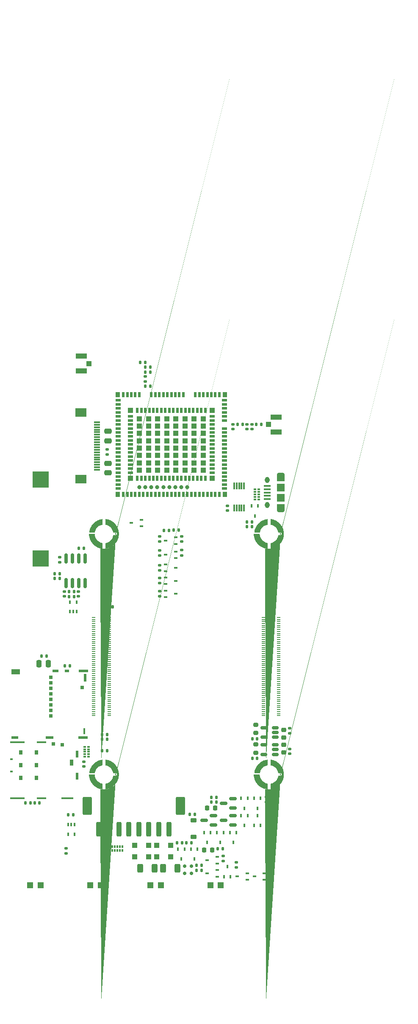
<source format=gtp>
%TF.GenerationSoftware,KiCad,Pcbnew,7.99.0-1.20230926git54171ec.fc37*%
%TF.CreationDate,2023-10-03T22:10:03+01:00*%
%TF.ProjectId,bugg-main-r5,62756767-2d6d-4616-996e-2d72352e6b69,rev?*%
%TF.SameCoordinates,Original*%
%TF.FileFunction,Paste,Top*%
%TF.FilePolarity,Positive*%
%FSLAX46Y46*%
G04 Gerber Fmt 4.6, Leading zero omitted, Abs format (unit mm)*
G04 Created by KiCad (PCBNEW 7.99.0-1.20230926git54171ec.fc37) date 2023-10-03 22:10:03*
%MOMM*%
%LPD*%
G01*
G04 APERTURE LIST*
G04 Aperture macros list*
%AMRoundRect*
0 Rectangle with rounded corners*
0 $1 Rounding radius*
0 $2 $3 $4 $5 $6 $7 $8 $9 X,Y pos of 4 corners*
0 Add a 4 corners polygon primitive as box body*
4,1,4,$2,$3,$4,$5,$6,$7,$8,$9,$2,$3,0*
0 Add four circle primitives for the rounded corners*
1,1,$1+$1,$2,$3*
1,1,$1+$1,$4,$5*
1,1,$1+$1,$6,$7*
1,1,$1+$1,$8,$9*
0 Add four rect primitives between the rounded corners*
20,1,$1+$1,$2,$3,$4,$5,0*
20,1,$1+$1,$4,$5,$6,$7,0*
20,1,$1+$1,$6,$7,$8,$9,0*
20,1,$1+$1,$8,$9,$2,$3,0*%
%AMFreePoly0*
4,1,101,-1.895792,2.944575,-1.557458,2.864389,-1.230721,2.745466,-0.920000,2.589416,-0.629496,2.398348,-0.363138,2.174847,-0.124527,1.921935,0.083109,1.643032,0.256962,1.341910,0.394681,1.022640,0.494404,0.689541,0.554783,0.347118,0.575000,0.000000,0.554783,-0.347118,0.494404,-0.689541,0.394681,-1.022640,0.256962,-1.341910,0.083109,-1.643032,-0.124527,-1.921935,-0.363138,-2.174847,
-0.629496,-2.398348,-0.920000,-2.589416,-1.230721,-2.745466,-1.557458,-2.864389,-1.895792,-2.944575,-2.241147,-2.984941,-2.588853,-2.984941,-2.934208,-2.944575,-3.272542,-2.864389,-3.599279,-2.745466,-3.910000,-2.589416,-4.200504,-2.398348,-4.466862,-2.174847,-4.705473,-1.921935,-4.913109,-1.643032,-5.086962,-1.341910,-5.224681,-1.022640,-5.324404,-0.689541,-5.384783,-0.347118,-5.405000,0.000000,
-4.259700,0.000000,-4.240924,-0.262528,-4.184977,-0.519712,-4.092998,-0.766316,-3.966860,-0.997320,-3.809131,-1.208022,-3.623022,-1.394131,-3.412320,-1.551860,-3.181316,-1.677998,-2.934712,-1.769977,-2.677528,-1.825924,-2.415000,-1.844700,-2.152472,-1.825924,-1.895288,-1.769977,-1.648684,-1.677998,-1.417680,-1.551860,-1.206978,-1.394131,-1.020869,-1.208022,-0.863140,-0.997320,-0.737002,-0.766316,
-0.645023,-0.519712,-0.589076,-0.262528,-0.570300,0.000000,-0.589076,0.262528,-0.645023,0.519712,-0.737002,0.766316,-0.863140,0.997320,-1.020869,1.208022,-1.206978,1.394131,-1.417680,1.551860,-1.648684,1.677998,-1.895288,1.769977,-2.152472,1.825924,-2.415000,1.844700,-2.677528,1.825924,-2.934712,1.769977,-3.181316,1.677998,-3.412320,1.551860,-3.623022,1.394131,-3.809131,1.208022,
-3.966860,0.997320,-4.092998,0.766316,-4.184977,0.519712,-4.240924,0.262528,-4.259700,0.000000,-5.405000,0.000000,-5.384783,0.347118,-5.324404,0.689541,-5.224681,1.022640,-5.086962,1.341910,-4.913109,1.643032,-4.705473,1.921935,-4.466862,2.174847,-4.200504,2.398348,-3.910000,2.589416,-3.599279,2.745466,-3.272542,2.864389,-2.934208,2.944575,-2.588853,2.984941,-2.241147,2.984941,
-1.895792,2.944575,-1.895792,2.944575,$1*%
G04 Aperture macros list end*
%ADD10C,0.010000*%
%ADD11RoundRect,0.150000X0.512500X0.150000X-0.512500X0.150000X-0.512500X-0.150000X0.512500X-0.150000X0*%
%ADD12O,1.550000X0.890000*%
%ADD13O,0.950000X1.250000*%
%ADD14R,1.350000X0.400000*%
%ADD15R,1.550000X1.200000*%
%ADD16R,1.550000X1.500000*%
%ADD17RoundRect,0.150000X0.150000X0.200000X-0.150000X0.200000X-0.150000X-0.200000X0.150000X-0.200000X0*%
%ADD18R,1.200000X1.200000*%
%ADD19R,0.700000X0.450000*%
%ADD20RoundRect,0.135000X0.185000X-0.135000X0.185000X0.135000X-0.185000X0.135000X-0.185000X-0.135000X0*%
%ADD21RoundRect,0.250000X-0.250000X-1.200000X0.250000X-1.200000X0.250000X1.200000X-0.250000X1.200000X0*%
%ADD22RoundRect,0.250000X-0.650000X-1.550000X0.650000X-1.550000X0.650000X1.550000X-0.650000X1.550000X0*%
%ADD23RoundRect,0.140000X0.170000X-0.140000X0.170000X0.140000X-0.170000X0.140000X-0.170000X-0.140000X0*%
%ADD24RoundRect,0.250000X-0.475000X0.250000X-0.475000X-0.250000X0.475000X-0.250000X0.475000X0.250000X0*%
%ADD25RoundRect,0.150000X0.587500X0.150000X-0.587500X0.150000X-0.587500X-0.150000X0.587500X-0.150000X0*%
%ADD26RoundRect,0.150000X0.150000X-0.825000X0.150000X0.825000X-0.150000X0.825000X-0.150000X-0.825000X0*%
%ADD27RoundRect,0.218750X-0.256250X0.218750X-0.256250X-0.218750X0.256250X-0.218750X0.256250X0.218750X0*%
%ADD28RoundRect,0.135000X0.135000X0.185000X-0.135000X0.185000X-0.135000X-0.185000X0.135000X-0.185000X0*%
%ADD29R,0.450000X0.700000*%
%ADD30R,0.550000X0.300000*%
%ADD31R,0.550000X0.400000*%
%ADD32RoundRect,0.135000X-0.185000X0.135000X-0.185000X-0.135000X0.185000X-0.135000X0.185000X0.135000X0*%
%ADD33RoundRect,0.200000X-0.275000X0.200000X-0.275000X-0.200000X0.275000X-0.200000X0.275000X0.200000X0*%
%ADD34RoundRect,0.225000X-0.225000X-0.250000X0.225000X-0.250000X0.225000X0.250000X-0.225000X0.250000X0*%
%ADD35R,1.050000X1.000000*%
%ADD36R,2.200000X1.050000*%
%ADD37RoundRect,0.140000X-0.170000X0.140000X-0.170000X-0.140000X0.170000X-0.140000X0.170000X0.140000X0*%
%ADD38RoundRect,0.135000X-0.135000X-0.185000X0.135000X-0.185000X0.135000X0.185000X-0.135000X0.185000X0*%
%ADD39RoundRect,0.140000X0.140000X0.170000X-0.140000X0.170000X-0.140000X-0.170000X0.140000X-0.170000X0*%
%ADD40R,0.500000X1.000000*%
%ADD41R,1.000000X0.500000*%
%ADD42R,1.000000X1.000000*%
%ADD43R,0.900000X1.000000*%
%ADD44C,0.800000*%
%ADD45R,0.300000X1.400000*%
%ADD46RoundRect,0.250000X0.300000X0.300000X-0.300000X0.300000X-0.300000X-0.300000X0.300000X-0.300000X0*%
%ADD47RoundRect,0.250000X-0.300000X-0.300000X0.300000X-0.300000X0.300000X0.300000X-0.300000X0.300000X0*%
%ADD48FreePoly0,0.000000*%
%ADD49RoundRect,0.140000X-0.140000X-0.170000X0.140000X-0.170000X0.140000X0.170000X-0.140000X0.170000X0*%
%ADD50R,0.700000X0.200000*%
%ADD51R,0.700000X0.900000*%
%ADD52R,0.700000X0.700000*%
%ADD53R,0.650000X1.200000*%
%ADD54R,2.900000X0.450000*%
%ADD55R,1.900000X0.450000*%
%ADD56R,2.400000X0.450000*%
%ADD57R,0.500000X1.400000*%
%ADD58R,0.600000X0.300000*%
%ADD59R,0.700000X0.750000*%
%ADD60R,0.400000X0.650000*%
%ADD61RoundRect,0.147500X0.172500X-0.147500X0.172500X0.147500X-0.172500X0.147500X-0.172500X-0.147500X0*%
%ADD62RoundRect,0.147500X0.147500X0.172500X-0.147500X0.172500X-0.147500X-0.172500X0.147500X-0.172500X0*%
%ADD63RoundRect,0.250000X0.475000X-0.250000X0.475000X0.250000X-0.475000X0.250000X-0.475000X-0.250000X0*%
%ADD64RoundRect,0.225000X0.375000X-0.225000X0.375000X0.225000X-0.375000X0.225000X-0.375000X-0.225000X0*%
%ADD65R,1.300000X0.300000*%
%ADD66R,2.200000X1.800000*%
%ADD67RoundRect,0.250000X-0.312500X-0.625000X0.312500X-0.625000X0.312500X0.625000X-0.312500X0.625000X0*%
%ADD68RoundRect,0.250000X-0.250000X-0.475000X0.250000X-0.475000X0.250000X0.475000X-0.250000X0.475000X0*%
%ADD69R,0.300000X0.550000*%
%ADD70R,0.400000X0.550000*%
%ADD71RoundRect,0.218750X0.256250X-0.218750X0.256250X0.218750X-0.256250X0.218750X-0.256250X-0.218750X0*%
%ADD72R,3.200000X3.200000*%
%ADD73R,0.700000X0.640000*%
%ADD74R,0.550000X1.550000*%
%ADD75R,1.850000X0.570000*%
%ADD76R,0.820000X0.520000*%
%ADD77R,1.150000X0.520000*%
%ADD78R,1.700000X1.010000*%
%ADD79R,0.450000X1.300000*%
%ADD80R,1.960000X0.570000*%
%ADD81R,1.650000X0.520000*%
%ADD82R,1.450000X0.570000*%
G04 APERTURE END LIST*
D10*
%TO.C,SP3*%
X21643000Y-24415000D02*
X21668000Y-24510000D01*
X21723000Y-24680000D01*
X21873000Y-24985000D01*
X21998000Y-25165000D01*
X22103000Y-25290000D01*
X22208000Y-25395000D01*
X22338000Y-25505000D01*
X22458000Y-25590000D01*
X22573000Y-25660000D01*
X22713000Y-25730000D01*
X22818000Y-25775000D01*
X22903000Y-25805000D01*
X23018000Y-25840000D01*
X23133000Y-25865000D01*
X23178000Y-25875000D01*
X23178000Y-26905000D01*
X23113000Y-26895000D01*
X22958000Y-26870000D01*
X22798000Y-26835000D01*
X22618000Y-26785000D01*
X22408000Y-26710000D01*
X22263000Y-26645000D01*
X22083000Y-26555000D01*
X21973000Y-26490000D01*
X21888000Y-26435000D01*
X21793000Y-26370000D01*
X21718000Y-26315000D01*
X21613000Y-26230000D01*
X21538000Y-26165000D01*
X21468000Y-26100000D01*
X21388000Y-26020000D01*
X21268000Y-25885000D01*
X21178000Y-25775000D01*
X21103000Y-25670000D01*
X20983000Y-25485000D01*
X20923000Y-25375000D01*
X20843000Y-25215000D01*
X20783000Y-25075000D01*
X20728000Y-24925000D01*
X20688000Y-24790000D01*
X20653000Y-24655000D01*
X20638000Y-24585000D01*
X20623000Y-24500000D01*
X20608000Y-24405000D01*
X20598000Y-24320000D01*
X21628000Y-24320000D01*
X21643000Y-24415000D01*
G36*
X21643000Y-24415000D02*
G01*
X21668000Y-24510000D01*
X21723000Y-24680000D01*
X21873000Y-24985000D01*
X21998000Y-25165000D01*
X22103000Y-25290000D01*
X22208000Y-25395000D01*
X22338000Y-25505000D01*
X22458000Y-25590000D01*
X22573000Y-25660000D01*
X22713000Y-25730000D01*
X22818000Y-25775000D01*
X22903000Y-25805000D01*
X23018000Y-25840000D01*
X23133000Y-25865000D01*
X23178000Y-25875000D01*
X23178000Y-26905000D01*
X23113000Y-26895000D01*
X22958000Y-26870000D01*
X22798000Y-26835000D01*
X22618000Y-26785000D01*
X22408000Y-26710000D01*
X22263000Y-26645000D01*
X22083000Y-26555000D01*
X21973000Y-26490000D01*
X21888000Y-26435000D01*
X21793000Y-26370000D01*
X21718000Y-26315000D01*
X21613000Y-26230000D01*
X21538000Y-26165000D01*
X21468000Y-26100000D01*
X21388000Y-26020000D01*
X21268000Y-25885000D01*
X21178000Y-25775000D01*
X21103000Y-25670000D01*
X20983000Y-25485000D01*
X20923000Y-25375000D01*
X20843000Y-25215000D01*
X20783000Y-25075000D01*
X20728000Y-24925000D01*
X20688000Y-24790000D01*
X20653000Y-24655000D01*
X20638000Y-24585000D01*
X20623000Y-24500000D01*
X20608000Y-24405000D01*
X20598000Y-24320000D01*
X21628000Y-24320000D01*
X21643000Y-24415000D01*
G37*
X23180000Y-22130000D02*
X23085000Y-22145000D01*
X22990000Y-22170000D01*
X22820000Y-22225000D01*
X22515000Y-22375000D01*
X22335000Y-22500000D01*
X22210000Y-22605000D01*
X22105000Y-22710000D01*
X21995000Y-22840000D01*
X21910000Y-22960000D01*
X21840000Y-23075000D01*
X21770000Y-23215000D01*
X21725000Y-23320000D01*
X21695000Y-23405000D01*
X21660000Y-23520000D01*
X21635000Y-23635000D01*
X21625000Y-23680000D01*
X20595000Y-23680000D01*
X20605000Y-23615000D01*
X20630000Y-23460000D01*
X20665000Y-23300000D01*
X20715000Y-23120000D01*
X20790000Y-22910000D01*
X20855000Y-22765000D01*
X20945000Y-22585000D01*
X21010000Y-22475000D01*
X21065000Y-22390000D01*
X21130000Y-22295000D01*
X21185000Y-22220000D01*
X21270000Y-22115000D01*
X21335000Y-22040000D01*
X21400000Y-21970000D01*
X21480000Y-21890000D01*
X21615000Y-21770000D01*
X21725000Y-21680000D01*
X21830000Y-21605000D01*
X22015000Y-21485000D01*
X22125000Y-21425000D01*
X22285000Y-21345000D01*
X22425000Y-21285000D01*
X22575000Y-21230000D01*
X22710000Y-21190000D01*
X22845000Y-21155000D01*
X22915000Y-21140000D01*
X23000000Y-21125000D01*
X23095000Y-21110000D01*
X23180000Y-21100000D01*
X23180000Y-22130000D01*
G36*
X23180000Y-22130000D02*
G01*
X23085000Y-22145000D01*
X22990000Y-22170000D01*
X22820000Y-22225000D01*
X22515000Y-22375000D01*
X22335000Y-22500000D01*
X22210000Y-22605000D01*
X22105000Y-22710000D01*
X21995000Y-22840000D01*
X21910000Y-22960000D01*
X21840000Y-23075000D01*
X21770000Y-23215000D01*
X21725000Y-23320000D01*
X21695000Y-23405000D01*
X21660000Y-23520000D01*
X21635000Y-23635000D01*
X21625000Y-23680000D01*
X20595000Y-23680000D01*
X20605000Y-23615000D01*
X20630000Y-23460000D01*
X20665000Y-23300000D01*
X20715000Y-23120000D01*
X20790000Y-22910000D01*
X20855000Y-22765000D01*
X20945000Y-22585000D01*
X21010000Y-22475000D01*
X21065000Y-22390000D01*
X21130000Y-22295000D01*
X21185000Y-22220000D01*
X21270000Y-22115000D01*
X21335000Y-22040000D01*
X21400000Y-21970000D01*
X21480000Y-21890000D01*
X21615000Y-21770000D01*
X21725000Y-21680000D01*
X21830000Y-21605000D01*
X22015000Y-21485000D01*
X22125000Y-21425000D01*
X22285000Y-21345000D01*
X22425000Y-21285000D01*
X22575000Y-21230000D01*
X22710000Y-21190000D01*
X22845000Y-21155000D01*
X22915000Y-21140000D01*
X23000000Y-21125000D01*
X23095000Y-21110000D01*
X23180000Y-21100000D01*
X23180000Y-22130000D01*
G37*
X26395000Y-24386000D02*
X26370000Y-24541000D01*
X26335000Y-24701000D01*
X26285000Y-24881000D01*
X26210000Y-25091000D01*
X26145000Y-25236000D01*
X26055000Y-25416000D01*
X25990000Y-25526000D01*
X25935000Y-25611000D01*
X25870000Y-25706000D01*
X25815000Y-25781000D01*
X25730000Y-25886000D01*
X25665000Y-25961000D01*
X25600000Y-26031000D01*
X25520000Y-26111000D01*
X25385000Y-26231000D01*
X25275000Y-26321000D01*
X25170000Y-26396000D01*
X24985000Y-26516000D01*
X24875000Y-26576000D01*
X24715000Y-26656000D01*
X24575000Y-26716000D01*
X24425000Y-26771000D01*
X24290000Y-26811000D01*
X24155000Y-26846000D01*
X24085000Y-26861000D01*
X24000000Y-26876000D01*
X23905000Y-26891000D01*
X23820000Y-26901000D01*
X23820000Y-25871000D01*
X23915000Y-25856000D01*
X24010000Y-25831000D01*
X24180000Y-25776000D01*
X24485000Y-25626000D01*
X24665000Y-25501000D01*
X24790000Y-25396000D01*
X24895000Y-25291000D01*
X25005000Y-25161000D01*
X25090000Y-25041000D01*
X25160000Y-24926000D01*
X25230000Y-24786000D01*
X25275000Y-24681000D01*
X25305000Y-24596000D01*
X25340000Y-24481000D01*
X25365000Y-24366000D01*
X25375000Y-24321000D01*
X26405000Y-24321000D01*
X26395000Y-24386000D01*
G36*
X26395000Y-24386000D02*
G01*
X26370000Y-24541000D01*
X26335000Y-24701000D01*
X26285000Y-24881000D01*
X26210000Y-25091000D01*
X26145000Y-25236000D01*
X26055000Y-25416000D01*
X25990000Y-25526000D01*
X25935000Y-25611000D01*
X25870000Y-25706000D01*
X25815000Y-25781000D01*
X25730000Y-25886000D01*
X25665000Y-25961000D01*
X25600000Y-26031000D01*
X25520000Y-26111000D01*
X25385000Y-26231000D01*
X25275000Y-26321000D01*
X25170000Y-26396000D01*
X24985000Y-26516000D01*
X24875000Y-26576000D01*
X24715000Y-26656000D01*
X24575000Y-26716000D01*
X24425000Y-26771000D01*
X24290000Y-26811000D01*
X24155000Y-26846000D01*
X24085000Y-26861000D01*
X24000000Y-26876000D01*
X23905000Y-26891000D01*
X23820000Y-26901000D01*
X23820000Y-25871000D01*
X23915000Y-25856000D01*
X24010000Y-25831000D01*
X24180000Y-25776000D01*
X24485000Y-25626000D01*
X24665000Y-25501000D01*
X24790000Y-25396000D01*
X24895000Y-25291000D01*
X25005000Y-25161000D01*
X25090000Y-25041000D01*
X25160000Y-24926000D01*
X25230000Y-24786000D01*
X25275000Y-24681000D01*
X25305000Y-24596000D01*
X25340000Y-24481000D01*
X25365000Y-24366000D01*
X25375000Y-24321000D01*
X26405000Y-24321000D01*
X26395000Y-24386000D01*
G37*
X23885401Y-21107903D02*
X24040401Y-21132903D01*
X24200401Y-21167903D01*
X24380401Y-21217903D01*
X24590401Y-21292903D01*
X24735401Y-21357903D01*
X24915401Y-21447903D01*
X25025401Y-21512903D01*
X25110401Y-21567903D01*
X25205401Y-21632903D01*
X25280401Y-21687903D01*
X25385401Y-21772903D01*
X25460401Y-21837903D01*
X25530401Y-21902903D01*
X25610401Y-21982903D01*
X25730401Y-22117903D01*
X25820401Y-22227903D01*
X25895401Y-22332903D01*
X26015401Y-22517903D01*
X26075401Y-22627903D01*
X26155401Y-22787903D01*
X26215401Y-22927903D01*
X26270401Y-23077903D01*
X26310401Y-23212903D01*
X26345401Y-23347903D01*
X26360401Y-23417903D01*
X26375401Y-23502903D01*
X26390401Y-23597903D01*
X26400401Y-23682903D01*
X25370401Y-23682903D01*
X25355401Y-23587903D01*
X25330401Y-23492903D01*
X25275401Y-23322903D01*
X25125401Y-23017903D01*
X25000401Y-22837903D01*
X24895401Y-22712903D01*
X24790401Y-22607903D01*
X24660401Y-22497903D01*
X24540401Y-22412903D01*
X24425401Y-22342903D01*
X24285401Y-22272903D01*
X24180401Y-22227903D01*
X24095401Y-22197903D01*
X23980401Y-22162903D01*
X23865401Y-22137903D01*
X23820401Y-22127903D01*
X23820401Y-21097903D01*
X23885401Y-21107903D01*
G36*
X23885401Y-21107903D02*
G01*
X24040401Y-21132903D01*
X24200401Y-21167903D01*
X24380401Y-21217903D01*
X24590401Y-21292903D01*
X24735401Y-21357903D01*
X24915401Y-21447903D01*
X25025401Y-21512903D01*
X25110401Y-21567903D01*
X25205401Y-21632903D01*
X25280401Y-21687903D01*
X25385401Y-21772903D01*
X25460401Y-21837903D01*
X25530401Y-21902903D01*
X25610401Y-21982903D01*
X25730401Y-22117903D01*
X25820401Y-22227903D01*
X25895401Y-22332903D01*
X26015401Y-22517903D01*
X26075401Y-22627903D01*
X26155401Y-22787903D01*
X26215401Y-22927903D01*
X26270401Y-23077903D01*
X26310401Y-23212903D01*
X26345401Y-23347903D01*
X26360401Y-23417903D01*
X26375401Y-23502903D01*
X26390401Y-23597903D01*
X26400401Y-23682903D01*
X25370401Y-23682903D01*
X25355401Y-23587903D01*
X25330401Y-23492903D01*
X25275401Y-23322903D01*
X25125401Y-23017903D01*
X25000401Y-22837903D01*
X24895401Y-22712903D01*
X24790401Y-22607903D01*
X24660401Y-22497903D01*
X24540401Y-22412903D01*
X24425401Y-22342903D01*
X24285401Y-22272903D01*
X24180401Y-22227903D01*
X24095401Y-22197903D01*
X23980401Y-22162903D01*
X23865401Y-22137903D01*
X23820401Y-22127903D01*
X23820401Y-21097903D01*
X23885401Y-21107903D01*
G37*
%TO.C,SP1*%
X-11357000Y23585000D02*
X-11332000Y23490000D01*
X-11277000Y23320000D01*
X-11127000Y23015000D01*
X-11002000Y22835000D01*
X-10897000Y22710000D01*
X-10792000Y22605000D01*
X-10662000Y22495000D01*
X-10542000Y22410000D01*
X-10427000Y22340000D01*
X-10287000Y22270000D01*
X-10182000Y22225000D01*
X-10097000Y22195000D01*
X-9982000Y22160000D01*
X-9867000Y22135000D01*
X-9822000Y22125000D01*
X-9822000Y21095000D01*
X-9887000Y21105000D01*
X-10042000Y21130000D01*
X-10202000Y21165000D01*
X-10382000Y21215000D01*
X-10592000Y21290000D01*
X-10737000Y21355000D01*
X-10917000Y21445000D01*
X-11027000Y21510000D01*
X-11112000Y21565000D01*
X-11207000Y21630000D01*
X-11282000Y21685000D01*
X-11387000Y21770000D01*
X-11462000Y21835000D01*
X-11532000Y21900000D01*
X-11612000Y21980000D01*
X-11732000Y22115000D01*
X-11822000Y22225000D01*
X-11897000Y22330000D01*
X-12017000Y22515000D01*
X-12077000Y22625000D01*
X-12157000Y22785000D01*
X-12217000Y22925000D01*
X-12272000Y23075000D01*
X-12312000Y23210000D01*
X-12347000Y23345000D01*
X-12362000Y23415000D01*
X-12377000Y23500000D01*
X-12392000Y23595000D01*
X-12402000Y23680000D01*
X-11372000Y23680000D01*
X-11357000Y23585000D01*
G36*
X-11357000Y23585000D02*
G01*
X-11332000Y23490000D01*
X-11277000Y23320000D01*
X-11127000Y23015000D01*
X-11002000Y22835000D01*
X-10897000Y22710000D01*
X-10792000Y22605000D01*
X-10662000Y22495000D01*
X-10542000Y22410000D01*
X-10427000Y22340000D01*
X-10287000Y22270000D01*
X-10182000Y22225000D01*
X-10097000Y22195000D01*
X-9982000Y22160000D01*
X-9867000Y22135000D01*
X-9822000Y22125000D01*
X-9822000Y21095000D01*
X-9887000Y21105000D01*
X-10042000Y21130000D01*
X-10202000Y21165000D01*
X-10382000Y21215000D01*
X-10592000Y21290000D01*
X-10737000Y21355000D01*
X-10917000Y21445000D01*
X-11027000Y21510000D01*
X-11112000Y21565000D01*
X-11207000Y21630000D01*
X-11282000Y21685000D01*
X-11387000Y21770000D01*
X-11462000Y21835000D01*
X-11532000Y21900000D01*
X-11612000Y21980000D01*
X-11732000Y22115000D01*
X-11822000Y22225000D01*
X-11897000Y22330000D01*
X-12017000Y22515000D01*
X-12077000Y22625000D01*
X-12157000Y22785000D01*
X-12217000Y22925000D01*
X-12272000Y23075000D01*
X-12312000Y23210000D01*
X-12347000Y23345000D01*
X-12362000Y23415000D01*
X-12377000Y23500000D01*
X-12392000Y23595000D01*
X-12402000Y23680000D01*
X-11372000Y23680000D01*
X-11357000Y23585000D01*
G37*
X-9820000Y25870000D02*
X-9915000Y25855000D01*
X-10010000Y25830000D01*
X-10180000Y25775000D01*
X-10485000Y25625000D01*
X-10665000Y25500000D01*
X-10790000Y25395000D01*
X-10895000Y25290000D01*
X-11005000Y25160000D01*
X-11090000Y25040000D01*
X-11160000Y24925000D01*
X-11230000Y24785000D01*
X-11275000Y24680000D01*
X-11305000Y24595000D01*
X-11340000Y24480000D01*
X-11365000Y24365000D01*
X-11375000Y24320000D01*
X-12405000Y24320000D01*
X-12395000Y24385000D01*
X-12370000Y24540000D01*
X-12335000Y24700000D01*
X-12285000Y24880000D01*
X-12210000Y25090000D01*
X-12145000Y25235000D01*
X-12055000Y25415000D01*
X-11990000Y25525000D01*
X-11935000Y25610000D01*
X-11870000Y25705000D01*
X-11815000Y25780000D01*
X-11730000Y25885000D01*
X-11665000Y25960000D01*
X-11600000Y26030000D01*
X-11520000Y26110000D01*
X-11385000Y26230000D01*
X-11275000Y26320000D01*
X-11170000Y26395000D01*
X-10985000Y26515000D01*
X-10875000Y26575000D01*
X-10715000Y26655000D01*
X-10575000Y26715000D01*
X-10425000Y26770000D01*
X-10290000Y26810000D01*
X-10155000Y26845000D01*
X-10085000Y26860000D01*
X-10000000Y26875000D01*
X-9905000Y26890000D01*
X-9820000Y26900000D01*
X-9820000Y25870000D01*
G36*
X-9820000Y25870000D02*
G01*
X-9915000Y25855000D01*
X-10010000Y25830000D01*
X-10180000Y25775000D01*
X-10485000Y25625000D01*
X-10665000Y25500000D01*
X-10790000Y25395000D01*
X-10895000Y25290000D01*
X-11005000Y25160000D01*
X-11090000Y25040000D01*
X-11160000Y24925000D01*
X-11230000Y24785000D01*
X-11275000Y24680000D01*
X-11305000Y24595000D01*
X-11340000Y24480000D01*
X-11365000Y24365000D01*
X-11375000Y24320000D01*
X-12405000Y24320000D01*
X-12395000Y24385000D01*
X-12370000Y24540000D01*
X-12335000Y24700000D01*
X-12285000Y24880000D01*
X-12210000Y25090000D01*
X-12145000Y25235000D01*
X-12055000Y25415000D01*
X-11990000Y25525000D01*
X-11935000Y25610000D01*
X-11870000Y25705000D01*
X-11815000Y25780000D01*
X-11730000Y25885000D01*
X-11665000Y25960000D01*
X-11600000Y26030000D01*
X-11520000Y26110000D01*
X-11385000Y26230000D01*
X-11275000Y26320000D01*
X-11170000Y26395000D01*
X-10985000Y26515000D01*
X-10875000Y26575000D01*
X-10715000Y26655000D01*
X-10575000Y26715000D01*
X-10425000Y26770000D01*
X-10290000Y26810000D01*
X-10155000Y26845000D01*
X-10085000Y26860000D01*
X-10000000Y26875000D01*
X-9905000Y26890000D01*
X-9820000Y26900000D01*
X-9820000Y25870000D01*
G37*
X-6605000Y23614000D02*
X-6630000Y23459000D01*
X-6665000Y23299000D01*
X-6715000Y23119000D01*
X-6790000Y22909000D01*
X-6855000Y22764000D01*
X-6945000Y22584000D01*
X-7010000Y22474000D01*
X-7065000Y22389000D01*
X-7130000Y22294000D01*
X-7185000Y22219000D01*
X-7270000Y22114000D01*
X-7335000Y22039000D01*
X-7400000Y21969000D01*
X-7480000Y21889000D01*
X-7615000Y21769000D01*
X-7725000Y21679000D01*
X-7830000Y21604000D01*
X-8015000Y21484000D01*
X-8125000Y21424000D01*
X-8285000Y21344000D01*
X-8425000Y21284000D01*
X-8575000Y21229000D01*
X-8710000Y21189000D01*
X-8845000Y21154000D01*
X-8915000Y21139000D01*
X-9000000Y21124000D01*
X-9095000Y21109000D01*
X-9180000Y21099000D01*
X-9180000Y22129000D01*
X-9085000Y22144000D01*
X-8990000Y22169000D01*
X-8820000Y22224000D01*
X-8515000Y22374000D01*
X-8335000Y22499000D01*
X-8210000Y22604000D01*
X-8105000Y22709000D01*
X-7995000Y22839000D01*
X-7910000Y22959000D01*
X-7840000Y23074000D01*
X-7770000Y23214000D01*
X-7725000Y23319000D01*
X-7695000Y23404000D01*
X-7660000Y23519000D01*
X-7635000Y23634000D01*
X-7625000Y23679000D01*
X-6595000Y23679000D01*
X-6605000Y23614000D01*
G36*
X-6605000Y23614000D02*
G01*
X-6630000Y23459000D01*
X-6665000Y23299000D01*
X-6715000Y23119000D01*
X-6790000Y22909000D01*
X-6855000Y22764000D01*
X-6945000Y22584000D01*
X-7010000Y22474000D01*
X-7065000Y22389000D01*
X-7130000Y22294000D01*
X-7185000Y22219000D01*
X-7270000Y22114000D01*
X-7335000Y22039000D01*
X-7400000Y21969000D01*
X-7480000Y21889000D01*
X-7615000Y21769000D01*
X-7725000Y21679000D01*
X-7830000Y21604000D01*
X-8015000Y21484000D01*
X-8125000Y21424000D01*
X-8285000Y21344000D01*
X-8425000Y21284000D01*
X-8575000Y21229000D01*
X-8710000Y21189000D01*
X-8845000Y21154000D01*
X-8915000Y21139000D01*
X-9000000Y21124000D01*
X-9095000Y21109000D01*
X-9180000Y21099000D01*
X-9180000Y22129000D01*
X-9085000Y22144000D01*
X-8990000Y22169000D01*
X-8820000Y22224000D01*
X-8515000Y22374000D01*
X-8335000Y22499000D01*
X-8210000Y22604000D01*
X-8105000Y22709000D01*
X-7995000Y22839000D01*
X-7910000Y22959000D01*
X-7840000Y23074000D01*
X-7770000Y23214000D01*
X-7725000Y23319000D01*
X-7695000Y23404000D01*
X-7660000Y23519000D01*
X-7635000Y23634000D01*
X-7625000Y23679000D01*
X-6595000Y23679000D01*
X-6605000Y23614000D01*
G37*
X-9114599Y26892097D02*
X-8959599Y26867097D01*
X-8799599Y26832097D01*
X-8619599Y26782097D01*
X-8409599Y26707097D01*
X-8264599Y26642097D01*
X-8084599Y26552097D01*
X-7974599Y26487097D01*
X-7889599Y26432097D01*
X-7794599Y26367097D01*
X-7719599Y26312097D01*
X-7614599Y26227097D01*
X-7539599Y26162097D01*
X-7469599Y26097097D01*
X-7389599Y26017097D01*
X-7269599Y25882097D01*
X-7179599Y25772097D01*
X-7104599Y25667097D01*
X-6984599Y25482097D01*
X-6924599Y25372097D01*
X-6844599Y25212097D01*
X-6784599Y25072097D01*
X-6729599Y24922097D01*
X-6689599Y24787097D01*
X-6654599Y24652097D01*
X-6639599Y24582097D01*
X-6624599Y24497097D01*
X-6609599Y24402097D01*
X-6599599Y24317097D01*
X-7629599Y24317097D01*
X-7644599Y24412097D01*
X-7669599Y24507097D01*
X-7724599Y24677097D01*
X-7874599Y24982097D01*
X-7999599Y25162097D01*
X-8104599Y25287097D01*
X-8209599Y25392097D01*
X-8339599Y25502097D01*
X-8459599Y25587097D01*
X-8574599Y25657097D01*
X-8714599Y25727097D01*
X-8819599Y25772097D01*
X-8904599Y25802097D01*
X-9019599Y25837097D01*
X-9134599Y25862097D01*
X-9179599Y25872097D01*
X-9179599Y26902097D01*
X-9114599Y26892097D01*
G36*
X-9114599Y26892097D02*
G01*
X-8959599Y26867097D01*
X-8799599Y26832097D01*
X-8619599Y26782097D01*
X-8409599Y26707097D01*
X-8264599Y26642097D01*
X-8084599Y26552097D01*
X-7974599Y26487097D01*
X-7889599Y26432097D01*
X-7794599Y26367097D01*
X-7719599Y26312097D01*
X-7614599Y26227097D01*
X-7539599Y26162097D01*
X-7469599Y26097097D01*
X-7389599Y26017097D01*
X-7269599Y25882097D01*
X-7179599Y25772097D01*
X-7104599Y25667097D01*
X-6984599Y25482097D01*
X-6924599Y25372097D01*
X-6844599Y25212097D01*
X-6784599Y25072097D01*
X-6729599Y24922097D01*
X-6689599Y24787097D01*
X-6654599Y24652097D01*
X-6639599Y24582097D01*
X-6624599Y24497097D01*
X-6609599Y24402097D01*
X-6599599Y24317097D01*
X-7629599Y24317097D01*
X-7644599Y24412097D01*
X-7669599Y24507097D01*
X-7724599Y24677097D01*
X-7874599Y24982097D01*
X-7999599Y25162097D01*
X-8104599Y25287097D01*
X-8209599Y25392097D01*
X-8339599Y25502097D01*
X-8459599Y25587097D01*
X-8574599Y25657097D01*
X-8714599Y25727097D01*
X-8819599Y25772097D01*
X-8904599Y25802097D01*
X-9019599Y25837097D01*
X-9134599Y25862097D01*
X-9179599Y25872097D01*
X-9179599Y26902097D01*
X-9114599Y26892097D01*
G37*
%TO.C,SP2*%
X21643000Y23585000D02*
X21668000Y23490000D01*
X21723000Y23320000D01*
X21873000Y23015000D01*
X21998000Y22835000D01*
X22103000Y22710000D01*
X22208000Y22605000D01*
X22338000Y22495000D01*
X22458000Y22410000D01*
X22573000Y22340000D01*
X22713000Y22270000D01*
X22818000Y22225000D01*
X22903000Y22195000D01*
X23018000Y22160000D01*
X23133000Y22135000D01*
X23178000Y22125000D01*
X23178000Y21095000D01*
X23113000Y21105000D01*
X22958000Y21130000D01*
X22798000Y21165000D01*
X22618000Y21215000D01*
X22408000Y21290000D01*
X22263000Y21355000D01*
X22083000Y21445000D01*
X21973000Y21510000D01*
X21888000Y21565000D01*
X21793000Y21630000D01*
X21718000Y21685000D01*
X21613000Y21770000D01*
X21538000Y21835000D01*
X21468000Y21900000D01*
X21388000Y21980000D01*
X21268000Y22115000D01*
X21178000Y22225000D01*
X21103000Y22330000D01*
X20983000Y22515000D01*
X20923000Y22625000D01*
X20843000Y22785000D01*
X20783000Y22925000D01*
X20728000Y23075000D01*
X20688000Y23210000D01*
X20653000Y23345000D01*
X20638000Y23415000D01*
X20623000Y23500000D01*
X20608000Y23595000D01*
X20598000Y23680000D01*
X21628000Y23680000D01*
X21643000Y23585000D01*
G36*
X21643000Y23585000D02*
G01*
X21668000Y23490000D01*
X21723000Y23320000D01*
X21873000Y23015000D01*
X21998000Y22835000D01*
X22103000Y22710000D01*
X22208000Y22605000D01*
X22338000Y22495000D01*
X22458000Y22410000D01*
X22573000Y22340000D01*
X22713000Y22270000D01*
X22818000Y22225000D01*
X22903000Y22195000D01*
X23018000Y22160000D01*
X23133000Y22135000D01*
X23178000Y22125000D01*
X23178000Y21095000D01*
X23113000Y21105000D01*
X22958000Y21130000D01*
X22798000Y21165000D01*
X22618000Y21215000D01*
X22408000Y21290000D01*
X22263000Y21355000D01*
X22083000Y21445000D01*
X21973000Y21510000D01*
X21888000Y21565000D01*
X21793000Y21630000D01*
X21718000Y21685000D01*
X21613000Y21770000D01*
X21538000Y21835000D01*
X21468000Y21900000D01*
X21388000Y21980000D01*
X21268000Y22115000D01*
X21178000Y22225000D01*
X21103000Y22330000D01*
X20983000Y22515000D01*
X20923000Y22625000D01*
X20843000Y22785000D01*
X20783000Y22925000D01*
X20728000Y23075000D01*
X20688000Y23210000D01*
X20653000Y23345000D01*
X20638000Y23415000D01*
X20623000Y23500000D01*
X20608000Y23595000D01*
X20598000Y23680000D01*
X21628000Y23680000D01*
X21643000Y23585000D01*
G37*
X23180000Y25870000D02*
X23085000Y25855000D01*
X22990000Y25830000D01*
X22820000Y25775000D01*
X22515000Y25625000D01*
X22335000Y25500000D01*
X22210000Y25395000D01*
X22105000Y25290000D01*
X21995000Y25160000D01*
X21910000Y25040000D01*
X21840000Y24925000D01*
X21770000Y24785000D01*
X21725000Y24680000D01*
X21695000Y24595000D01*
X21660000Y24480000D01*
X21635000Y24365000D01*
X21625000Y24320000D01*
X20595000Y24320000D01*
X20605000Y24385000D01*
X20630000Y24540000D01*
X20665000Y24700000D01*
X20715000Y24880000D01*
X20790000Y25090000D01*
X20855000Y25235000D01*
X20945000Y25415000D01*
X21010000Y25525000D01*
X21065000Y25610000D01*
X21130000Y25705000D01*
X21185000Y25780000D01*
X21270000Y25885000D01*
X21335000Y25960000D01*
X21400000Y26030000D01*
X21480000Y26110000D01*
X21615000Y26230000D01*
X21725000Y26320000D01*
X21830000Y26395000D01*
X22015000Y26515000D01*
X22125000Y26575000D01*
X22285000Y26655000D01*
X22425000Y26715000D01*
X22575000Y26770000D01*
X22710000Y26810000D01*
X22845000Y26845000D01*
X22915000Y26860000D01*
X23000000Y26875000D01*
X23095000Y26890000D01*
X23180000Y26900000D01*
X23180000Y25870000D01*
G36*
X23180000Y25870000D02*
G01*
X23085000Y25855000D01*
X22990000Y25830000D01*
X22820000Y25775000D01*
X22515000Y25625000D01*
X22335000Y25500000D01*
X22210000Y25395000D01*
X22105000Y25290000D01*
X21995000Y25160000D01*
X21910000Y25040000D01*
X21840000Y24925000D01*
X21770000Y24785000D01*
X21725000Y24680000D01*
X21695000Y24595000D01*
X21660000Y24480000D01*
X21635000Y24365000D01*
X21625000Y24320000D01*
X20595000Y24320000D01*
X20605000Y24385000D01*
X20630000Y24540000D01*
X20665000Y24700000D01*
X20715000Y24880000D01*
X20790000Y25090000D01*
X20855000Y25235000D01*
X20945000Y25415000D01*
X21010000Y25525000D01*
X21065000Y25610000D01*
X21130000Y25705000D01*
X21185000Y25780000D01*
X21270000Y25885000D01*
X21335000Y25960000D01*
X21400000Y26030000D01*
X21480000Y26110000D01*
X21615000Y26230000D01*
X21725000Y26320000D01*
X21830000Y26395000D01*
X22015000Y26515000D01*
X22125000Y26575000D01*
X22285000Y26655000D01*
X22425000Y26715000D01*
X22575000Y26770000D01*
X22710000Y26810000D01*
X22845000Y26845000D01*
X22915000Y26860000D01*
X23000000Y26875000D01*
X23095000Y26890000D01*
X23180000Y26900000D01*
X23180000Y25870000D01*
G37*
X26395000Y23614000D02*
X26370000Y23459000D01*
X26335000Y23299000D01*
X26285000Y23119000D01*
X26210000Y22909000D01*
X26145000Y22764000D01*
X26055000Y22584000D01*
X25990000Y22474000D01*
X25935000Y22389000D01*
X25870000Y22294000D01*
X25815000Y22219000D01*
X25730000Y22114000D01*
X25665000Y22039000D01*
X25600000Y21969000D01*
X25520000Y21889000D01*
X25385000Y21769000D01*
X25275000Y21679000D01*
X25170000Y21604000D01*
X24985000Y21484000D01*
X24875000Y21424000D01*
X24715000Y21344000D01*
X24575000Y21284000D01*
X24425000Y21229000D01*
X24290000Y21189000D01*
X24155000Y21154000D01*
X24085000Y21139000D01*
X24000000Y21124000D01*
X23905000Y21109000D01*
X23820000Y21099000D01*
X23820000Y22129000D01*
X23915000Y22144000D01*
X24010000Y22169000D01*
X24180000Y22224000D01*
X24485000Y22374000D01*
X24665000Y22499000D01*
X24790000Y22604000D01*
X24895000Y22709000D01*
X25005000Y22839000D01*
X25090000Y22959000D01*
X25160000Y23074000D01*
X25230000Y23214000D01*
X25275000Y23319000D01*
X25305000Y23404000D01*
X25340000Y23519000D01*
X25365000Y23634000D01*
X25375000Y23679000D01*
X26405000Y23679000D01*
X26395000Y23614000D01*
G36*
X26395000Y23614000D02*
G01*
X26370000Y23459000D01*
X26335000Y23299000D01*
X26285000Y23119000D01*
X26210000Y22909000D01*
X26145000Y22764000D01*
X26055000Y22584000D01*
X25990000Y22474000D01*
X25935000Y22389000D01*
X25870000Y22294000D01*
X25815000Y22219000D01*
X25730000Y22114000D01*
X25665000Y22039000D01*
X25600000Y21969000D01*
X25520000Y21889000D01*
X25385000Y21769000D01*
X25275000Y21679000D01*
X25170000Y21604000D01*
X24985000Y21484000D01*
X24875000Y21424000D01*
X24715000Y21344000D01*
X24575000Y21284000D01*
X24425000Y21229000D01*
X24290000Y21189000D01*
X24155000Y21154000D01*
X24085000Y21139000D01*
X24000000Y21124000D01*
X23905000Y21109000D01*
X23820000Y21099000D01*
X23820000Y22129000D01*
X23915000Y22144000D01*
X24010000Y22169000D01*
X24180000Y22224000D01*
X24485000Y22374000D01*
X24665000Y22499000D01*
X24790000Y22604000D01*
X24895000Y22709000D01*
X25005000Y22839000D01*
X25090000Y22959000D01*
X25160000Y23074000D01*
X25230000Y23214000D01*
X25275000Y23319000D01*
X25305000Y23404000D01*
X25340000Y23519000D01*
X25365000Y23634000D01*
X25375000Y23679000D01*
X26405000Y23679000D01*
X26395000Y23614000D01*
G37*
X23885401Y26892097D02*
X24040401Y26867097D01*
X24200401Y26832097D01*
X24380401Y26782097D01*
X24590401Y26707097D01*
X24735401Y26642097D01*
X24915401Y26552097D01*
X25025401Y26487097D01*
X25110401Y26432097D01*
X25205401Y26367097D01*
X25280401Y26312097D01*
X25385401Y26227097D01*
X25460401Y26162097D01*
X25530401Y26097097D01*
X25610401Y26017097D01*
X25730401Y25882097D01*
X25820401Y25772097D01*
X25895401Y25667097D01*
X26015401Y25482097D01*
X26075401Y25372097D01*
X26155401Y25212097D01*
X26215401Y25072097D01*
X26270401Y24922097D01*
X26310401Y24787097D01*
X26345401Y24652097D01*
X26360401Y24582097D01*
X26375401Y24497097D01*
X26390401Y24402097D01*
X26400401Y24317097D01*
X25370401Y24317097D01*
X25355401Y24412097D01*
X25330401Y24507097D01*
X25275401Y24677097D01*
X25125401Y24982097D01*
X25000401Y25162097D01*
X24895401Y25287097D01*
X24790401Y25392097D01*
X24660401Y25502097D01*
X24540401Y25587097D01*
X24425401Y25657097D01*
X24285401Y25727097D01*
X24180401Y25772097D01*
X24095401Y25802097D01*
X23980401Y25837097D01*
X23865401Y25862097D01*
X23820401Y25872097D01*
X23820401Y26902097D01*
X23885401Y26892097D01*
G36*
X23885401Y26892097D02*
G01*
X24040401Y26867097D01*
X24200401Y26832097D01*
X24380401Y26782097D01*
X24590401Y26707097D01*
X24735401Y26642097D01*
X24915401Y26552097D01*
X25025401Y26487097D01*
X25110401Y26432097D01*
X25205401Y26367097D01*
X25280401Y26312097D01*
X25385401Y26227097D01*
X25460401Y26162097D01*
X25530401Y26097097D01*
X25610401Y26017097D01*
X25730401Y25882097D01*
X25820401Y25772097D01*
X25895401Y25667097D01*
X26015401Y25482097D01*
X26075401Y25372097D01*
X26155401Y25212097D01*
X26215401Y25072097D01*
X26270401Y24922097D01*
X26310401Y24787097D01*
X26345401Y24652097D01*
X26360401Y24582097D01*
X26375401Y24497097D01*
X26390401Y24402097D01*
X26400401Y24317097D01*
X25370401Y24317097D01*
X25355401Y24412097D01*
X25330401Y24507097D01*
X25275401Y24677097D01*
X25125401Y24982097D01*
X25000401Y25162097D01*
X24895401Y25287097D01*
X24790401Y25392097D01*
X24660401Y25502097D01*
X24540401Y25587097D01*
X24425401Y25657097D01*
X24285401Y25727097D01*
X24180401Y25772097D01*
X24095401Y25802097D01*
X23980401Y25837097D01*
X23865401Y25862097D01*
X23820401Y25872097D01*
X23820401Y26902097D01*
X23885401Y26892097D01*
G37*
%TO.C,SP4*%
X-11357000Y-24415000D02*
X-11332000Y-24510000D01*
X-11277000Y-24680000D01*
X-11127000Y-24985000D01*
X-11002000Y-25165000D01*
X-10897000Y-25290000D01*
X-10792000Y-25395000D01*
X-10662000Y-25505000D01*
X-10542000Y-25590000D01*
X-10427000Y-25660000D01*
X-10287000Y-25730000D01*
X-10182000Y-25775000D01*
X-10097000Y-25805000D01*
X-9982000Y-25840000D01*
X-9867000Y-25865000D01*
X-9822000Y-25875000D01*
X-9822000Y-26905000D01*
X-9887000Y-26895000D01*
X-10042000Y-26870000D01*
X-10202000Y-26835000D01*
X-10382000Y-26785000D01*
X-10592000Y-26710000D01*
X-10737000Y-26645000D01*
X-10917000Y-26555000D01*
X-11027000Y-26490000D01*
X-11112000Y-26435000D01*
X-11207000Y-26370000D01*
X-11282000Y-26315000D01*
X-11387000Y-26230000D01*
X-11462000Y-26165000D01*
X-11532000Y-26100000D01*
X-11612000Y-26020000D01*
X-11732000Y-25885000D01*
X-11822000Y-25775000D01*
X-11897000Y-25670000D01*
X-12017000Y-25485000D01*
X-12077000Y-25375000D01*
X-12157000Y-25215000D01*
X-12217000Y-25075000D01*
X-12272000Y-24925000D01*
X-12312000Y-24790000D01*
X-12347000Y-24655000D01*
X-12362000Y-24585000D01*
X-12377000Y-24500000D01*
X-12392000Y-24405000D01*
X-12402000Y-24320000D01*
X-11372000Y-24320000D01*
X-11357000Y-24415000D01*
G36*
X-11357000Y-24415000D02*
G01*
X-11332000Y-24510000D01*
X-11277000Y-24680000D01*
X-11127000Y-24985000D01*
X-11002000Y-25165000D01*
X-10897000Y-25290000D01*
X-10792000Y-25395000D01*
X-10662000Y-25505000D01*
X-10542000Y-25590000D01*
X-10427000Y-25660000D01*
X-10287000Y-25730000D01*
X-10182000Y-25775000D01*
X-10097000Y-25805000D01*
X-9982000Y-25840000D01*
X-9867000Y-25865000D01*
X-9822000Y-25875000D01*
X-9822000Y-26905000D01*
X-9887000Y-26895000D01*
X-10042000Y-26870000D01*
X-10202000Y-26835000D01*
X-10382000Y-26785000D01*
X-10592000Y-26710000D01*
X-10737000Y-26645000D01*
X-10917000Y-26555000D01*
X-11027000Y-26490000D01*
X-11112000Y-26435000D01*
X-11207000Y-26370000D01*
X-11282000Y-26315000D01*
X-11387000Y-26230000D01*
X-11462000Y-26165000D01*
X-11532000Y-26100000D01*
X-11612000Y-26020000D01*
X-11732000Y-25885000D01*
X-11822000Y-25775000D01*
X-11897000Y-25670000D01*
X-12017000Y-25485000D01*
X-12077000Y-25375000D01*
X-12157000Y-25215000D01*
X-12217000Y-25075000D01*
X-12272000Y-24925000D01*
X-12312000Y-24790000D01*
X-12347000Y-24655000D01*
X-12362000Y-24585000D01*
X-12377000Y-24500000D01*
X-12392000Y-24405000D01*
X-12402000Y-24320000D01*
X-11372000Y-24320000D01*
X-11357000Y-24415000D01*
G37*
X-9820000Y-22130000D02*
X-9915000Y-22145000D01*
X-10010000Y-22170000D01*
X-10180000Y-22225000D01*
X-10485000Y-22375000D01*
X-10665000Y-22500000D01*
X-10790000Y-22605000D01*
X-10895000Y-22710000D01*
X-11005000Y-22840000D01*
X-11090000Y-22960000D01*
X-11160000Y-23075000D01*
X-11230000Y-23215000D01*
X-11275000Y-23320000D01*
X-11305000Y-23405000D01*
X-11340000Y-23520000D01*
X-11365000Y-23635000D01*
X-11375000Y-23680000D01*
X-12405000Y-23680000D01*
X-12395000Y-23615000D01*
X-12370000Y-23460000D01*
X-12335000Y-23300000D01*
X-12285000Y-23120000D01*
X-12210000Y-22910000D01*
X-12145000Y-22765000D01*
X-12055000Y-22585000D01*
X-11990000Y-22475000D01*
X-11935000Y-22390000D01*
X-11870000Y-22295000D01*
X-11815000Y-22220000D01*
X-11730000Y-22115000D01*
X-11665000Y-22040000D01*
X-11600000Y-21970000D01*
X-11520000Y-21890000D01*
X-11385000Y-21770000D01*
X-11275000Y-21680000D01*
X-11170000Y-21605000D01*
X-10985000Y-21485000D01*
X-10875000Y-21425000D01*
X-10715000Y-21345000D01*
X-10575000Y-21285000D01*
X-10425000Y-21230000D01*
X-10290000Y-21190000D01*
X-10155000Y-21155000D01*
X-10085000Y-21140000D01*
X-10000000Y-21125000D01*
X-9905000Y-21110000D01*
X-9820000Y-21100000D01*
X-9820000Y-22130000D01*
G36*
X-9820000Y-22130000D02*
G01*
X-9915000Y-22145000D01*
X-10010000Y-22170000D01*
X-10180000Y-22225000D01*
X-10485000Y-22375000D01*
X-10665000Y-22500000D01*
X-10790000Y-22605000D01*
X-10895000Y-22710000D01*
X-11005000Y-22840000D01*
X-11090000Y-22960000D01*
X-11160000Y-23075000D01*
X-11230000Y-23215000D01*
X-11275000Y-23320000D01*
X-11305000Y-23405000D01*
X-11340000Y-23520000D01*
X-11365000Y-23635000D01*
X-11375000Y-23680000D01*
X-12405000Y-23680000D01*
X-12395000Y-23615000D01*
X-12370000Y-23460000D01*
X-12335000Y-23300000D01*
X-12285000Y-23120000D01*
X-12210000Y-22910000D01*
X-12145000Y-22765000D01*
X-12055000Y-22585000D01*
X-11990000Y-22475000D01*
X-11935000Y-22390000D01*
X-11870000Y-22295000D01*
X-11815000Y-22220000D01*
X-11730000Y-22115000D01*
X-11665000Y-22040000D01*
X-11600000Y-21970000D01*
X-11520000Y-21890000D01*
X-11385000Y-21770000D01*
X-11275000Y-21680000D01*
X-11170000Y-21605000D01*
X-10985000Y-21485000D01*
X-10875000Y-21425000D01*
X-10715000Y-21345000D01*
X-10575000Y-21285000D01*
X-10425000Y-21230000D01*
X-10290000Y-21190000D01*
X-10155000Y-21155000D01*
X-10085000Y-21140000D01*
X-10000000Y-21125000D01*
X-9905000Y-21110000D01*
X-9820000Y-21100000D01*
X-9820000Y-22130000D01*
G37*
X-6605000Y-24386000D02*
X-6630000Y-24541000D01*
X-6665000Y-24701000D01*
X-6715000Y-24881000D01*
X-6790000Y-25091000D01*
X-6855000Y-25236000D01*
X-6945000Y-25416000D01*
X-7010000Y-25526000D01*
X-7065000Y-25611000D01*
X-7130000Y-25706000D01*
X-7185000Y-25781000D01*
X-7270000Y-25886000D01*
X-7335000Y-25961000D01*
X-7400000Y-26031000D01*
X-7480000Y-26111000D01*
X-7615000Y-26231000D01*
X-7725000Y-26321000D01*
X-7830000Y-26396000D01*
X-8015000Y-26516000D01*
X-8125000Y-26576000D01*
X-8285000Y-26656000D01*
X-8425000Y-26716000D01*
X-8575000Y-26771000D01*
X-8710000Y-26811000D01*
X-8845000Y-26846000D01*
X-8915000Y-26861000D01*
X-9000000Y-26876000D01*
X-9095000Y-26891000D01*
X-9180000Y-26901000D01*
X-9180000Y-25871000D01*
X-9085000Y-25856000D01*
X-8990000Y-25831000D01*
X-8820000Y-25776000D01*
X-8515000Y-25626000D01*
X-8335000Y-25501000D01*
X-8210000Y-25396000D01*
X-8105000Y-25291000D01*
X-7995000Y-25161000D01*
X-7910000Y-25041000D01*
X-7840000Y-24926000D01*
X-7770000Y-24786000D01*
X-7725000Y-24681000D01*
X-7695000Y-24596000D01*
X-7660000Y-24481000D01*
X-7635000Y-24366000D01*
X-7625000Y-24321000D01*
X-6595000Y-24321000D01*
X-6605000Y-24386000D01*
G36*
X-6605000Y-24386000D02*
G01*
X-6630000Y-24541000D01*
X-6665000Y-24701000D01*
X-6715000Y-24881000D01*
X-6790000Y-25091000D01*
X-6855000Y-25236000D01*
X-6945000Y-25416000D01*
X-7010000Y-25526000D01*
X-7065000Y-25611000D01*
X-7130000Y-25706000D01*
X-7185000Y-25781000D01*
X-7270000Y-25886000D01*
X-7335000Y-25961000D01*
X-7400000Y-26031000D01*
X-7480000Y-26111000D01*
X-7615000Y-26231000D01*
X-7725000Y-26321000D01*
X-7830000Y-26396000D01*
X-8015000Y-26516000D01*
X-8125000Y-26576000D01*
X-8285000Y-26656000D01*
X-8425000Y-26716000D01*
X-8575000Y-26771000D01*
X-8710000Y-26811000D01*
X-8845000Y-26846000D01*
X-8915000Y-26861000D01*
X-9000000Y-26876000D01*
X-9095000Y-26891000D01*
X-9180000Y-26901000D01*
X-9180000Y-25871000D01*
X-9085000Y-25856000D01*
X-8990000Y-25831000D01*
X-8820000Y-25776000D01*
X-8515000Y-25626000D01*
X-8335000Y-25501000D01*
X-8210000Y-25396000D01*
X-8105000Y-25291000D01*
X-7995000Y-25161000D01*
X-7910000Y-25041000D01*
X-7840000Y-24926000D01*
X-7770000Y-24786000D01*
X-7725000Y-24681000D01*
X-7695000Y-24596000D01*
X-7660000Y-24481000D01*
X-7635000Y-24366000D01*
X-7625000Y-24321000D01*
X-6595000Y-24321000D01*
X-6605000Y-24386000D01*
G37*
X-9114599Y-21107903D02*
X-8959599Y-21132903D01*
X-8799599Y-21167903D01*
X-8619599Y-21217903D01*
X-8409599Y-21292903D01*
X-8264599Y-21357903D01*
X-8084599Y-21447903D01*
X-7974599Y-21512903D01*
X-7889599Y-21567903D01*
X-7794599Y-21632903D01*
X-7719599Y-21687903D01*
X-7614599Y-21772903D01*
X-7539599Y-21837903D01*
X-7469599Y-21902903D01*
X-7389599Y-21982903D01*
X-7269599Y-22117903D01*
X-7179599Y-22227903D01*
X-7104599Y-22332903D01*
X-6984599Y-22517903D01*
X-6924599Y-22627903D01*
X-6844599Y-22787903D01*
X-6784599Y-22927903D01*
X-6729599Y-23077903D01*
X-6689599Y-23212903D01*
X-6654599Y-23347903D01*
X-6639599Y-23417903D01*
X-6624599Y-23502903D01*
X-6609599Y-23597903D01*
X-6599599Y-23682903D01*
X-7629599Y-23682903D01*
X-7644599Y-23587903D01*
X-7669599Y-23492903D01*
X-7724599Y-23322903D01*
X-7874599Y-23017903D01*
X-7999599Y-22837903D01*
X-8104599Y-22712903D01*
X-8209599Y-22607903D01*
X-8339599Y-22497903D01*
X-8459599Y-22412903D01*
X-8574599Y-22342903D01*
X-8714599Y-22272903D01*
X-8819599Y-22227903D01*
X-8904599Y-22197903D01*
X-9019599Y-22162903D01*
X-9134599Y-22137903D01*
X-9179599Y-22127903D01*
X-9179599Y-21097903D01*
X-9114599Y-21107903D01*
G36*
X-9114599Y-21107903D02*
G01*
X-8959599Y-21132903D01*
X-8799599Y-21167903D01*
X-8619599Y-21217903D01*
X-8409599Y-21292903D01*
X-8264599Y-21357903D01*
X-8084599Y-21447903D01*
X-7974599Y-21512903D01*
X-7889599Y-21567903D01*
X-7794599Y-21632903D01*
X-7719599Y-21687903D01*
X-7614599Y-21772903D01*
X-7539599Y-21837903D01*
X-7469599Y-21902903D01*
X-7389599Y-21982903D01*
X-7269599Y-22117903D01*
X-7179599Y-22227903D01*
X-7104599Y-22332903D01*
X-6984599Y-22517903D01*
X-6924599Y-22627903D01*
X-6844599Y-22787903D01*
X-6784599Y-22927903D01*
X-6729599Y-23077903D01*
X-6689599Y-23212903D01*
X-6654599Y-23347903D01*
X-6639599Y-23417903D01*
X-6624599Y-23502903D01*
X-6609599Y-23597903D01*
X-6599599Y-23682903D01*
X-7629599Y-23682903D01*
X-7644599Y-23587903D01*
X-7669599Y-23492903D01*
X-7724599Y-23322903D01*
X-7874599Y-23017903D01*
X-7999599Y-22837903D01*
X-8104599Y-22712903D01*
X-8209599Y-22607903D01*
X-8339599Y-22497903D01*
X-8459599Y-22412903D01*
X-8574599Y-22342903D01*
X-8714599Y-22272903D01*
X-8819599Y-22227903D01*
X-8904599Y-22197903D01*
X-9019599Y-22162903D01*
X-9134599Y-22137903D01*
X-9179599Y-22127903D01*
X-9179599Y-21097903D01*
X-9114599Y-21107903D01*
G37*
%TD*%
D11*
%TO.C,U29*%
X24787500Y-20025000D03*
X24787500Y-19075000D03*
X24787500Y-18125000D03*
X22512500Y-18125000D03*
X22512500Y-20025000D03*
%TD*%
D12*
%TO.C,J15*%
X25900000Y28700000D03*
D13*
X23200000Y29700000D03*
X23200000Y34700000D03*
D12*
X25900000Y35700000D03*
D14*
X23200000Y30900000D03*
X23200000Y31550000D03*
X23200000Y32200000D03*
X23200000Y32850000D03*
X23200000Y33500000D03*
D15*
X25900000Y29300000D03*
D16*
X25900000Y31200000D03*
X25900000Y33200000D03*
D15*
X25900000Y35100000D03*
%TD*%
D17*
%TO.C,D27*%
X6625936Y-42315000D03*
X8025936Y-42315000D03*
%TD*%
D18*
%TO.C,D1*%
X-12200000Y-46100000D03*
X-10100000Y-46100000D03*
%TD*%
D19*
%TO.C,Q11*%
X4850000Y19150000D03*
X4850000Y20450000D03*
X2850000Y19800000D03*
%TD*%
D20*
%TO.C,R44*%
X1650000Y22440000D03*
X1650000Y23460000D03*
%TD*%
D21*
%TO.C,J10*%
X-10500000Y-34950000D03*
X-8500000Y-34950000D03*
X-6500000Y-34950000D03*
X-4500000Y-34950000D03*
X-2500000Y-34950000D03*
X-500000Y-34950000D03*
X1500000Y-34950000D03*
X3500000Y-34950000D03*
D22*
X-12850000Y-30300000D03*
X5850000Y-30300000D03*
%TD*%
D23*
%TO.C,C36*%
X-14550000Y11495000D03*
X-14550000Y12455000D03*
%TD*%
D24*
%TO.C,C23*%
X-8700000Y38050000D03*
X-8700000Y36150000D03*
%TD*%
D25*
%TO.C,Q25*%
X12442500Y-34150936D03*
X12442500Y-32250936D03*
X10567500Y-33200936D03*
%TD*%
D19*
%TO.C,Q9*%
X4850000Y21950000D03*
X4850000Y23250000D03*
X2850000Y22600000D03*
%TD*%
D20*
%TO.C,R43*%
X6050000Y22440000D03*
X6050000Y23460000D03*
%TD*%
D26*
%TO.C,U13*%
X-17055000Y14125000D03*
X-15785000Y14125000D03*
X-14515000Y14125000D03*
X-13245000Y14125000D03*
X-13245000Y19075000D03*
X-14515000Y19075000D03*
X-15785000Y19075000D03*
X-17055000Y19075000D03*
%TD*%
D27*
%TO.C,FB3*%
X26450000Y-18087500D03*
X26450000Y-19662500D03*
%TD*%
D28*
%TO.C,R45*%
X18260000Y45800000D03*
X17240000Y45800000D03*
%TD*%
D29*
%TO.C,Q4*%
X21350000Y29550000D03*
X20050000Y29550000D03*
X20700000Y27550000D03*
%TD*%
D30*
%TO.C,U8*%
X-12569000Y-20507200D03*
X-12569000Y-20007200D03*
D31*
X-12569000Y-19507200D03*
D30*
X-12569000Y-19007200D03*
X-12569000Y-18507200D03*
X-13339000Y-18507200D03*
X-13339000Y-19007200D03*
D31*
X-13339000Y-19507200D03*
D30*
X-13339000Y-20007200D03*
X-13339000Y-20507200D03*
%TD*%
D28*
%TO.C,R65*%
X8710936Y-32025936D03*
X7690936Y-32025936D03*
%TD*%
D19*
%TO.C,Q21*%
X13175000Y-41799064D03*
X13175000Y-40499064D03*
X11175000Y-41149064D03*
%TD*%
D32*
%TO.C,R20*%
X-1200000Y55370000D03*
X-1200000Y54350000D03*
%TD*%
D33*
%TO.C,R104*%
X20855000Y-18030000D03*
X20855000Y-19680000D03*
%TD*%
D32*
%TO.C,R81*%
X23000000Y-28530000D03*
X23000000Y-29550000D03*
%TD*%
D34*
%TO.C,C83*%
X10600000Y-39100936D03*
X12150000Y-39100936D03*
%TD*%
D28*
%TO.C,R40*%
X5460000Y24700000D03*
X4440000Y24700000D03*
%TD*%
D35*
%TO.C,J12*%
X-12470000Y57950000D03*
D36*
X-13995000Y56475000D03*
X-13995000Y59425000D03*
%TD*%
D37*
%TO.C,C97*%
X27650000Y-18965000D03*
X27650000Y-19925000D03*
%TD*%
D38*
%TO.C,R85*%
X9014064Y-42150000D03*
X10034064Y-42150000D03*
%TD*%
D32*
%TO.C,R38*%
X1650000Y15160000D03*
X1650000Y14140000D03*
%TD*%
D38*
%TO.C,R22*%
X-9810000Y-16050000D03*
X-8790000Y-16050000D03*
%TD*%
D39*
%TO.C,C28*%
X-24195000Y-29675000D03*
X-25155000Y-29675000D03*
%TD*%
D28*
%TO.C,R41*%
X22010000Y45800000D03*
X20990000Y45800000D03*
%TD*%
%TO.C,R23*%
X-8840000Y-19300000D03*
X-9860000Y-19300000D03*
%TD*%
D25*
%TO.C,U36*%
X16292500Y-30750936D03*
X16292500Y-28850936D03*
X14417500Y-29800936D03*
%TD*%
D18*
%TO.C,D3*%
X-200000Y-46100000D03*
X1900000Y-46100000D03*
%TD*%
D40*
%TO.C,U7*%
X-2800000Y35020000D03*
X-2000000Y35020000D03*
X-1200000Y35020000D03*
X-400000Y35020000D03*
X400000Y35020000D03*
X1200000Y35020000D03*
X2000000Y35020000D03*
X2800000Y35020000D03*
X3600000Y35020000D03*
X4400000Y35020000D03*
X5200000Y35020000D03*
X6000000Y35020000D03*
X6800000Y35020000D03*
X7600000Y35020000D03*
X8400000Y35020000D03*
X9200000Y35020000D03*
X10000000Y35020000D03*
X10800000Y35020000D03*
D41*
X12180000Y36200000D03*
X12180000Y37000000D03*
X12180000Y37800000D03*
X12180000Y38600000D03*
X12180000Y39400000D03*
X12180000Y40200000D03*
X12180000Y41000000D03*
X12180000Y41800000D03*
X12180000Y42600000D03*
X12180000Y43400000D03*
X12180000Y44200000D03*
X12180000Y45000000D03*
X12180000Y45800000D03*
X12180000Y46600000D03*
X12180000Y47400000D03*
D40*
X10800000Y48580000D03*
X10000000Y48580000D03*
X9200000Y48580000D03*
X8400000Y48580000D03*
X7600000Y48580000D03*
X6800000Y48580000D03*
X6000000Y48580000D03*
X5200000Y48580000D03*
X4400000Y48580000D03*
X3600000Y48580000D03*
X2800000Y48580000D03*
X2000000Y48580000D03*
X1200000Y48580000D03*
X400000Y48580000D03*
X-400000Y48580000D03*
X-1200000Y48580000D03*
X-2000000Y48580000D03*
X-2800000Y48580000D03*
D41*
X-4180000Y47400000D03*
X-4180000Y46600000D03*
X-4180000Y45800000D03*
X-4180000Y45000000D03*
X-4180000Y44200000D03*
X-4180000Y43400000D03*
X-4180000Y42600000D03*
X-4180000Y41800000D03*
X-4180000Y41000000D03*
X-4180000Y40200000D03*
X-4180000Y39400000D03*
X-4180000Y38600000D03*
X-4180000Y37800000D03*
X-4180000Y37000000D03*
X-4180000Y36200000D03*
D42*
X-4180000Y35020000D03*
X12180000Y35020000D03*
X12180000Y48580000D03*
X-4180000Y48580000D03*
D40*
X-5600000Y31850000D03*
X-4800000Y31850000D03*
X-4000000Y31850000D03*
X-3200000Y31850000D03*
X-2400000Y31850000D03*
X-1600000Y31850000D03*
X-800000Y31850000D03*
X0Y31850000D03*
X800000Y31850000D03*
X1600000Y31850000D03*
X2400000Y31850000D03*
X3200000Y31850000D03*
X4000000Y31850000D03*
X4800000Y31850000D03*
X5600000Y31850000D03*
X6400000Y31850000D03*
X7200000Y31850000D03*
X8000000Y31850000D03*
X8800000Y31850000D03*
X9600000Y31850000D03*
X10400000Y31850000D03*
X11200000Y31850000D03*
X12000000Y31850000D03*
X12800000Y31850000D03*
X13600000Y31850000D03*
D41*
X14650000Y33000000D03*
X14650000Y33800000D03*
X14650000Y34600000D03*
X14650000Y35400000D03*
X14650000Y36200000D03*
X14650000Y37000000D03*
X14650000Y37800000D03*
X14650000Y38600000D03*
X14650000Y39400000D03*
X14650000Y40200000D03*
X14650000Y41000000D03*
X14650000Y41800000D03*
X14650000Y42600000D03*
X14650000Y43400000D03*
X14650000Y44200000D03*
X14650000Y45000000D03*
X14650000Y46600000D03*
X14650000Y47400000D03*
X14650000Y48200000D03*
X14650000Y49000000D03*
X14650000Y49800000D03*
X14650000Y50600000D03*
D40*
X13600000Y51750000D03*
X12800000Y51750000D03*
X12000000Y51750000D03*
X11200000Y51750000D03*
X10400000Y51750000D03*
X9600000Y51750000D03*
X8800000Y51750000D03*
X6400000Y51750000D03*
X5600000Y51750000D03*
X4800000Y51750000D03*
X4000000Y51750000D03*
X3200000Y51750000D03*
X2400000Y51750000D03*
X1600000Y51750000D03*
X800000Y51750000D03*
X0Y51750000D03*
X-2400000Y51750000D03*
X-3200000Y51750000D03*
X-4000000Y51750000D03*
X-4800000Y51750000D03*
X-5600000Y51750000D03*
D41*
X-6650000Y50600000D03*
X-6650000Y49800000D03*
X-6650000Y49000000D03*
X-6650000Y48200000D03*
X-6650000Y47400000D03*
X-6650000Y46600000D03*
X-6650000Y45800000D03*
X-6650000Y45000000D03*
X-6650000Y44200000D03*
X-6650000Y43400000D03*
X-6650000Y42600000D03*
X-6650000Y41800000D03*
X-6650000Y41000000D03*
X-6650000Y40200000D03*
X-6650000Y39400000D03*
X-6650000Y38600000D03*
X-6650000Y37800000D03*
X-6650000Y37000000D03*
X-6650000Y36200000D03*
X-6650000Y35400000D03*
X-6650000Y34600000D03*
X-6650000Y33800000D03*
X-6650000Y33000000D03*
D43*
X-6700000Y31850000D03*
X14700000Y31850000D03*
X14700000Y51750000D03*
X-6700000Y51750000D03*
D42*
X-2370000Y36655000D03*
X-2370000Y38125000D03*
X-2370000Y39595000D03*
X-2370000Y41065000D03*
X-2370000Y42535000D03*
X-2370000Y44005000D03*
X-2370000Y45475000D03*
X-2370000Y46945000D03*
X-550000Y46945000D03*
X1270000Y46945000D03*
X3090000Y46945000D03*
X4910000Y46945000D03*
X6730000Y46945000D03*
X8550000Y46945000D03*
X10370000Y46945000D03*
X10370000Y45475000D03*
X10370000Y44005000D03*
X10370000Y42535000D03*
X10370000Y41065000D03*
X10370000Y39595000D03*
X10370000Y38125000D03*
X10370000Y36655000D03*
X8550000Y36655000D03*
X6730000Y36655000D03*
X4910000Y36655000D03*
X3090000Y36655000D03*
X1270000Y36655000D03*
X-550000Y36655000D03*
X-550000Y38125000D03*
X-550000Y39595000D03*
X-550000Y41065000D03*
X-550000Y42535000D03*
X-550000Y44005000D03*
X-550000Y45475000D03*
X1270000Y45475000D03*
X3090000Y45475000D03*
X4910000Y45475000D03*
X6730000Y45475000D03*
X8550000Y45475000D03*
X8550000Y44005000D03*
X8550000Y42535000D03*
X8550000Y41065000D03*
X8550000Y39595000D03*
X8550000Y38125000D03*
X6730000Y38125000D03*
X4910000Y38125000D03*
X3090000Y38125000D03*
X1270000Y38125000D03*
X1270000Y39595000D03*
X1270000Y41065000D03*
X1270000Y42535000D03*
X1270000Y44005000D03*
X3090000Y44005000D03*
X4910000Y44005000D03*
X6730000Y44005000D03*
X6730000Y42535000D03*
X6730000Y41065000D03*
X6730000Y39595000D03*
X4910000Y39595000D03*
X3090000Y39595000D03*
X3090000Y41065000D03*
X3090000Y42535000D03*
X4910000Y42535000D03*
X4910000Y41065000D03*
D44*
X-2400000Y33320000D03*
X-1200000Y33320000D03*
X0Y33320000D03*
X1200000Y33320000D03*
X2400000Y33320000D03*
X3600000Y33320000D03*
X4800000Y33320000D03*
X6000000Y33320000D03*
X7200000Y33320000D03*
%TD*%
D45*
%TO.C,U15*%
X16550000Y29100000D03*
X17050000Y29100000D03*
X17550000Y29100000D03*
X18050000Y29100000D03*
X18550000Y29100000D03*
X18550000Y33500000D03*
X18050000Y33500000D03*
X17550000Y33500000D03*
X17050000Y33500000D03*
X16550000Y33500000D03*
%TD*%
D29*
%TO.C,Q19*%
X14525936Y-44425000D03*
X15825936Y-44425000D03*
X15175936Y-42425000D03*
%TD*%
D46*
%TO.C,D23*%
X3850000Y-40450000D03*
X1050000Y-40450000D03*
%TD*%
D29*
%TO.C,Q22*%
X20550000Y-34224064D03*
X21850000Y-34224064D03*
X21200000Y-32224064D03*
%TD*%
D47*
%TO.C,D22*%
X-3350000Y-40450000D03*
X-550000Y-40450000D03*
%TD*%
D32*
%TO.C,R33*%
X1650000Y17710000D03*
X1650000Y16690000D03*
%TD*%
D48*
%TO.C,SP3*%
X25915000Y-24000000D03*
%TD*%
D32*
%TO.C,R80*%
X25080936Y-28474064D03*
X25080936Y-29494064D03*
%TD*%
D46*
%TO.C,D24*%
X3850000Y-38150000D03*
X1050000Y-38150000D03*
%TD*%
D32*
%TO.C,R37*%
X1650000Y12510000D03*
X1650000Y11490000D03*
%TD*%
D19*
%TO.C,Q17*%
X22600000Y-45024064D03*
X22600000Y-43724064D03*
X20600000Y-44374064D03*
%TD*%
D49*
%TO.C,C20*%
X-1180000Y53460000D03*
X-220000Y53460000D03*
%TD*%
D28*
%TO.C,R2*%
X-18290000Y15100000D03*
X-19310000Y15100000D03*
%TD*%
D32*
%TO.C,R5*%
X-17050000Y-38740000D03*
X-17050000Y-39760000D03*
%TD*%
D47*
%TO.C,D21*%
X-3350000Y-38150000D03*
X-550000Y-38150000D03*
%TD*%
D50*
%TO.C,Module1*%
X-11500000Y7300000D03*
X-8420000Y7300000D03*
X-11500000Y6900000D03*
X-8420000Y6900000D03*
X-11500000Y6500000D03*
X-8420000Y6500000D03*
X-11500000Y6100000D03*
X-8420000Y6100000D03*
X-11500000Y5700000D03*
X-8420000Y5700000D03*
X-11500000Y5300000D03*
X-8420000Y5300000D03*
X-11500000Y4900000D03*
X-8420000Y4900000D03*
X-11500000Y4500000D03*
X-8420000Y4500000D03*
X-11500000Y4100000D03*
X-8420000Y4100000D03*
X-11500000Y3700000D03*
X-8420000Y3700000D03*
X-11500000Y3300000D03*
X-8420000Y3300000D03*
X-11500000Y2900000D03*
X-8420000Y2900000D03*
X-11500000Y2500000D03*
X-8420000Y2500000D03*
X-11500000Y2100000D03*
X-8420000Y2100000D03*
X-11500000Y1700000D03*
X-8420000Y1700000D03*
X-11500000Y1300000D03*
X-8420000Y1300000D03*
X-11500000Y900000D03*
X-8420000Y900000D03*
X-11500000Y500000D03*
X-8420000Y500000D03*
X-11500000Y100000D03*
X-8420000Y100000D03*
X-11500000Y-300000D03*
X-8420000Y-300000D03*
X-11500000Y-700000D03*
X-8420000Y-700000D03*
X-11500000Y-1100000D03*
X-8420000Y-1100000D03*
X-11500000Y-1500000D03*
X-8420000Y-1500000D03*
X-11500000Y-1900000D03*
X-8420000Y-1900000D03*
X-11500000Y-2300000D03*
X-8420000Y-2300000D03*
X-11500000Y-2700000D03*
X-8420000Y-2700000D03*
X-11500000Y-3100000D03*
X-8420000Y-3100000D03*
X-11500000Y-3500000D03*
X-8420000Y-3500000D03*
X-11500000Y-3900000D03*
X-8420000Y-3900000D03*
X-11500000Y-4300000D03*
X-8420000Y-4300000D03*
X-11500000Y-4700000D03*
X-8420000Y-4700000D03*
X-11500000Y-5100000D03*
X-8420000Y-5100000D03*
X-11500000Y-5500000D03*
X-8420000Y-5500000D03*
X-11500000Y-5900000D03*
X-8420000Y-5900000D03*
X-11500000Y-6300000D03*
X-8420000Y-6300000D03*
X-11500000Y-6700000D03*
X-8420000Y-6700000D03*
X-11500000Y-7100000D03*
X-8420000Y-7100000D03*
X-11500000Y-7500000D03*
X-8420000Y-7500000D03*
X-11500000Y-7900000D03*
X-8420000Y-7900000D03*
X-11500000Y-8300000D03*
X-8420000Y-8300000D03*
X-11500000Y-8700000D03*
X-8420000Y-8700000D03*
X-11500000Y-9100000D03*
X-8420000Y-9100000D03*
X-11500000Y-9500000D03*
X-8420000Y-9500000D03*
X-11500000Y-9900000D03*
X-8420000Y-9900000D03*
X-11500000Y-10300000D03*
X-8420000Y-10300000D03*
X-11500000Y-10700000D03*
X-8420000Y-10700000D03*
X-11500000Y-11100000D03*
X-8420000Y-11100000D03*
X-11500000Y-11500000D03*
X-8420000Y-11500000D03*
X-11500000Y-11900000D03*
X-8420000Y-11900000D03*
X-11500000Y-12300000D03*
X-8420000Y-12300000D03*
X22420000Y7300000D03*
X25500000Y7300000D03*
X22420000Y6900000D03*
X25500000Y6900000D03*
X22420000Y6500000D03*
X25500000Y6500000D03*
X22420000Y6100000D03*
X25500000Y6100000D03*
X22420000Y5700000D03*
X25500000Y5700000D03*
X22420000Y5300000D03*
X25500000Y5300000D03*
X22420000Y4900000D03*
X25500000Y4900000D03*
X22420000Y4500000D03*
X25500000Y4500000D03*
X22420000Y4100000D03*
X25500000Y4100000D03*
X22420000Y3700000D03*
X25500000Y3700000D03*
X22420000Y3300000D03*
X25500000Y3300000D03*
X22420000Y2900000D03*
X25500000Y2900000D03*
X22420000Y2500000D03*
X25500000Y2500000D03*
X22420000Y2100000D03*
X25500000Y2100000D03*
X22420000Y1700000D03*
X25500000Y1700000D03*
X22420000Y1300000D03*
X25500000Y1300000D03*
X22420000Y900000D03*
X25500000Y900000D03*
X22420000Y500000D03*
X25500000Y500000D03*
X22420000Y100000D03*
X25500000Y100000D03*
X22420000Y-300000D03*
X25500000Y-300000D03*
X22420000Y-700000D03*
X25500000Y-700000D03*
X22420000Y-1100000D03*
X25500000Y-1100000D03*
X22420000Y-1500000D03*
X25500000Y-1500000D03*
X22420000Y-1900000D03*
X25500000Y-1900000D03*
X22420000Y-2300000D03*
X25500000Y-2300000D03*
X22420000Y-2700000D03*
X25500000Y-2700000D03*
X22420000Y-3100000D03*
X25500000Y-3100000D03*
X22420000Y-3500000D03*
X25500000Y-3500000D03*
X22420000Y-3900000D03*
X25500000Y-3900000D03*
X22420000Y-4300000D03*
X25500000Y-4300000D03*
X22420000Y-4700000D03*
X25500000Y-4700000D03*
X22420000Y-5100000D03*
X25500000Y-5100000D03*
X22420000Y-5500000D03*
X25500000Y-5500000D03*
X22420000Y-5900000D03*
X25500000Y-5900000D03*
X22420000Y-6300000D03*
X25500000Y-6300000D03*
X22420000Y-6700000D03*
X25500000Y-6700000D03*
X22420000Y-7100000D03*
X25500000Y-7100000D03*
X22420000Y-7500000D03*
X25500000Y-7500000D03*
X22420000Y-7900000D03*
X25500000Y-7900000D03*
X22420000Y-8300000D03*
X25500000Y-8300000D03*
X22420000Y-8700000D03*
X25500000Y-8700000D03*
X22420000Y-9100000D03*
X25500000Y-9100000D03*
X22420000Y-9500000D03*
X25500000Y-9500000D03*
X22420000Y-9900000D03*
X25500000Y-9900000D03*
X22420000Y-10300000D03*
X25500000Y-10300000D03*
X22420000Y-10700000D03*
X25500000Y-10700000D03*
X22420000Y-11100000D03*
X25500000Y-11100000D03*
X22420000Y-11500000D03*
X25500000Y-11500000D03*
X22420000Y-11900000D03*
X25500000Y-11900000D03*
X22420000Y-12300000D03*
X25500000Y-12300000D03*
%TD*%
D38*
%TO.C,R4*%
X-16610000Y-32100000D03*
X-15590000Y-32100000D03*
%TD*%
D29*
%TO.C,Q24*%
X19250000Y-32224064D03*
X17950000Y-32224064D03*
X18600000Y-34224064D03*
%TD*%
D48*
%TO.C,SP1*%
X-7085000Y24000000D03*
%TD*%
D38*
%TO.C,R68*%
X13290000Y-38825936D03*
X14310000Y-38825936D03*
%TD*%
%TO.C,R21*%
X-9810000Y-17000000D03*
X-8790000Y-17000000D03*
%TD*%
%TO.C,R3*%
X-8760000Y9400000D03*
X-7740000Y9400000D03*
%TD*%
D39*
%TO.C,C30*%
X-20970000Y-450000D03*
X-21930000Y-450000D03*
%TD*%
D38*
%TO.C,R72*%
X6990000Y-37700936D03*
X8010000Y-37700936D03*
%TD*%
D23*
%TO.C,C21*%
X-8850000Y39820000D03*
X-8850000Y40780000D03*
%TD*%
D19*
%TO.C,Q8*%
X-2000000Y25500000D03*
X-2000000Y26800000D03*
X-4000000Y26150000D03*
%TD*%
D39*
%TO.C,C100*%
X21155000Y-16900000D03*
X20195000Y-16900000D03*
%TD*%
D34*
%TO.C,C84*%
X11175000Y-30749064D03*
X12725000Y-30749064D03*
%TD*%
D51*
%TO.C,J13*%
X-26110000Y-24740000D03*
X-26110000Y-22200000D03*
X-26110000Y-19660000D03*
X-22940000Y-24740000D03*
X-22940000Y-22200000D03*
X-22940000Y-19660000D03*
D52*
X-19610000Y-17930000D03*
D53*
X-15935000Y-21650000D03*
D54*
X-26810000Y-28755000D03*
D55*
X-21960000Y-28755000D03*
D56*
X-16810000Y-28755000D03*
D57*
X-14860000Y-24400000D03*
D58*
X-27960000Y-23420000D03*
X-27960000Y-20980000D03*
D57*
X-14860000Y-19980000D03*
D59*
X-17810000Y-18105000D03*
D54*
X-26810000Y-17605000D03*
D55*
X-21960000Y-17605000D03*
%TD*%
D60*
%TO.C,U14*%
X-16250000Y8450000D03*
X-15600000Y8450000D03*
X-14950000Y8450000D03*
X-14950000Y10350000D03*
X-16250000Y10350000D03*
%TD*%
D37*
%TO.C,C35*%
X-17350000Y12455000D03*
X-17350000Y11495000D03*
%TD*%
D11*
%TO.C,U30*%
X24787500Y-16625000D03*
X24787500Y-15675000D03*
X24787500Y-14725000D03*
X22512500Y-14725000D03*
X22512500Y-16625000D03*
%TD*%
D25*
%TO.C,Q29*%
X16292500Y-34150936D03*
X16292500Y-32250936D03*
X14417500Y-33200936D03*
%TD*%
D19*
%TO.C,Q18*%
X19200000Y-45025936D03*
X19200000Y-43725936D03*
X17200000Y-44375936D03*
%TD*%
D38*
%TO.C,R84*%
X9014064Y-43150000D03*
X10034064Y-43150000D03*
%TD*%
D32*
%TO.C,R34*%
X-8600000Y-41440000D03*
X-8600000Y-42460000D03*
%TD*%
D33*
%TO.C,R105*%
X20865000Y-14130000D03*
X20865000Y-15780000D03*
%TD*%
D39*
%TO.C,C19*%
X-220000Y56260000D03*
X-1180000Y56260000D03*
%TD*%
D29*
%TO.C,Q16*%
X14425000Y-35625936D03*
X13125000Y-35625936D03*
X13775000Y-37625936D03*
%TD*%
D23*
%TO.C,C99*%
X27650000Y-15805000D03*
X27650000Y-14845000D03*
%TD*%
D61*
%TO.C,D6*%
X-13475000Y-22435000D03*
X-13475000Y-21465000D03*
%TD*%
D62*
%TO.C,D20*%
X-13515000Y21050000D03*
X-14485000Y21050000D03*
%TD*%
D18*
%TO.C,D7*%
X11800000Y-46100000D03*
X13900000Y-46100000D03*
%TD*%
D29*
%TO.C,Q14*%
X11825000Y-35624064D03*
X10525000Y-35624064D03*
X11175000Y-37624064D03*
%TD*%
D63*
%TO.C,C22*%
X-8700000Y42550000D03*
X-8700000Y44450000D03*
%TD*%
D38*
%TO.C,R39*%
X2540000Y24650000D03*
X3560000Y24650000D03*
%TD*%
D61*
%TO.C,D25*%
X20100000Y44840000D03*
X20100000Y45810000D03*
%TD*%
D29*
%TO.C,Q30*%
X19249064Y-28810000D03*
X17949064Y-28810000D03*
X18599064Y-30810000D03*
%TD*%
D64*
%TO.C,D15*%
X8424064Y-36500000D03*
X8424064Y-33200000D03*
%TD*%
D65*
%TO.C,J16*%
X-10850000Y46250000D03*
X-10850000Y45750000D03*
X-10850000Y45250000D03*
X-10850000Y44750000D03*
X-10850000Y44250000D03*
X-10850000Y43750000D03*
X-10850000Y43250000D03*
X-10850000Y42750000D03*
X-10850000Y42250000D03*
X-10850000Y41750000D03*
X-10850000Y41250000D03*
X-10850000Y40750000D03*
X-10850000Y40250000D03*
X-10850000Y39750000D03*
X-10850000Y39250000D03*
X-10850000Y38750000D03*
X-10850000Y38250000D03*
X-10850000Y37750000D03*
X-10850000Y37250000D03*
X-10850000Y36750000D03*
D66*
X-14100000Y48150000D03*
X-14100000Y34850000D03*
%TD*%
D28*
%TO.C,R24*%
X-16240000Y-2400000D03*
X-17260000Y-2400000D03*
%TD*%
D67*
%TO.C,R67*%
X-2262500Y-42725000D03*
X662500Y-42725000D03*
%TD*%
D20*
%TO.C,R42*%
X6050000Y19690000D03*
X6050000Y20710000D03*
%TD*%
D29*
%TO.C,Q12*%
X6624064Y-38900000D03*
X5324064Y-38900000D03*
X5974064Y-40900000D03*
%TD*%
D19*
%TO.C,Q20*%
X13175000Y-44424064D03*
X13175000Y-43124064D03*
X11175000Y-43774064D03*
%TD*%
D38*
%TO.C,R31*%
X19115000Y26350000D03*
X20135000Y26350000D03*
%TD*%
%TO.C,R86*%
X11990000Y-28575000D03*
X13010000Y-28575000D03*
%TD*%
D67*
%TO.C,R66*%
X2312500Y-42725000D03*
X5237500Y-42725000D03*
%TD*%
D39*
%TO.C,C98*%
X21155000Y-20800000D03*
X20195000Y-20800000D03*
%TD*%
D38*
%TO.C,R64*%
X5115000Y-37699064D03*
X6135000Y-37699064D03*
%TD*%
%TO.C,R19*%
X-2210000Y58160000D03*
X-1190000Y58160000D03*
%TD*%
D20*
%TO.C,R46*%
X1650000Y19640000D03*
X1650000Y20660000D03*
%TD*%
D68*
%TO.C,C29*%
X-22500000Y-1900000D03*
X-20600000Y-1900000D03*
%TD*%
D29*
%TO.C,Q15*%
X17025000Y-35625936D03*
X15725000Y-35625936D03*
X16375000Y-37625936D03*
%TD*%
D69*
%TO.C,U2*%
X-7800000Y-39220000D03*
X-7300000Y-39220000D03*
D70*
X-6800000Y-39220000D03*
D69*
X-6300000Y-39220000D03*
X-5800000Y-39220000D03*
X-5800000Y-38450000D03*
X-6300000Y-38450000D03*
D70*
X-6800000Y-38450000D03*
D69*
X-7300000Y-38450000D03*
X-7800000Y-38450000D03*
%TD*%
D48*
%TO.C,SP2*%
X25915000Y24000000D03*
%TD*%
D71*
%TO.C,FB4*%
X26450000Y-16687500D03*
X26450000Y-15112500D03*
%TD*%
D29*
%TO.C,Q13*%
X9224064Y-38900000D03*
X7924064Y-38900000D03*
X8574064Y-40900000D03*
%TD*%
D23*
%TO.C,C51*%
X19150000Y44845000D03*
X19150000Y45805000D03*
%TD*%
D38*
%TO.C,R30*%
X-16460000Y11475000D03*
X-15440000Y11475000D03*
%TD*%
D72*
%TO.C,BT1*%
X-22100000Y19025000D03*
X-22100000Y34775000D03*
%TD*%
D38*
%TO.C,R29*%
X-16460000Y12425000D03*
X-15440000Y12425000D03*
%TD*%
%TO.C,R99*%
X11990000Y-29525000D03*
X13010000Y-29525000D03*
%TD*%
D19*
%TO.C,Q7*%
X2850000Y15250000D03*
X2850000Y13950000D03*
X4850000Y14600000D03*
%TD*%
D49*
%TO.C,C26*%
X-23330000Y-29675000D03*
X-22370000Y-29675000D03*
%TD*%
D62*
%TO.C,D9*%
X-215000Y57200000D03*
X-1185000Y57200000D03*
%TD*%
D28*
%TO.C,R1*%
X-18290000Y16050000D03*
X-19310000Y16050000D03*
%TD*%
D38*
%TO.C,R32*%
X19115000Y25400000D03*
X20135000Y25400000D03*
%TD*%
D19*
%TO.C,Q6*%
X2850000Y12650000D03*
X2850000Y11350000D03*
X4850000Y12000000D03*
%TD*%
D20*
%TO.C,R82*%
X14374064Y-41285000D03*
X14374064Y-40265000D03*
%TD*%
D17*
%TO.C,D26*%
X6640000Y-43799064D03*
X8040000Y-43799064D03*
%TD*%
D29*
%TO.C,Q23*%
X21850000Y-28800936D03*
X20550000Y-28800936D03*
X21200000Y-30800936D03*
%TD*%
D18*
%TO.C,D2*%
X-24200000Y-46100000D03*
X-22100000Y-46100000D03*
%TD*%
D37*
%TO.C,C34*%
X-18350000Y19280000D03*
X-18350000Y18320000D03*
%TD*%
D19*
%TO.C,Q5*%
X2850000Y17850000D03*
X2850000Y16550000D03*
X4850000Y17200000D03*
%TD*%
D35*
%TO.C,J17*%
X23425000Y45775000D03*
D36*
X24950000Y47250000D03*
X24950000Y44300000D03*
%TD*%
D20*
%TO.C,R79*%
X16975000Y-42610936D03*
X16975000Y-41590936D03*
%TD*%
D73*
%TO.C,J14*%
X-20050000Y-12370000D03*
X-20050000Y-11270000D03*
X-20050000Y-10170000D03*
X-20050000Y-9070000D03*
X-20050000Y-7970000D03*
X-20050000Y-6870000D03*
X-20050000Y-5770000D03*
X-20050000Y-4670000D03*
D74*
X-13225000Y-4775000D03*
D52*
X-13850000Y-6670000D03*
D75*
X-13550000Y-3350000D03*
D76*
X-16910000Y-3350000D03*
D77*
X-19120000Y-3350000D03*
D78*
X-27150000Y-3535000D03*
D79*
X-13395000Y-15400000D03*
D80*
X-13680000Y-16685000D03*
D81*
X-20320000Y-16685000D03*
D82*
X-27275000Y-16685000D03*
%TD*%
D48*
%TO.C,SP4*%
X-7085000Y-24000000D03*
%TD*%
D37*
%TO.C,C61*%
X16350000Y45830000D03*
X16350000Y44870000D03*
%TD*%
D60*
%TO.C,U1*%
X-15350000Y-34050000D03*
X-16000000Y-34050000D03*
X-16650000Y-34050000D03*
X-16650000Y-35950000D03*
X-15350000Y-35950000D03*
%TD*%
D37*
%TO.C,C37*%
X15225000Y29555000D03*
X15225000Y28595000D03*
%TD*%
D30*
%TO.C,U16*%
X21485000Y30850000D03*
X21485000Y31350000D03*
D31*
X21485000Y31850000D03*
D30*
X21485000Y32350000D03*
X21485000Y32850000D03*
X20715000Y32850000D03*
X20715000Y32350000D03*
D31*
X20715000Y31850000D03*
D30*
X20715000Y31350000D03*
X20715000Y30850000D03*
%TD*%
M02*

</source>
